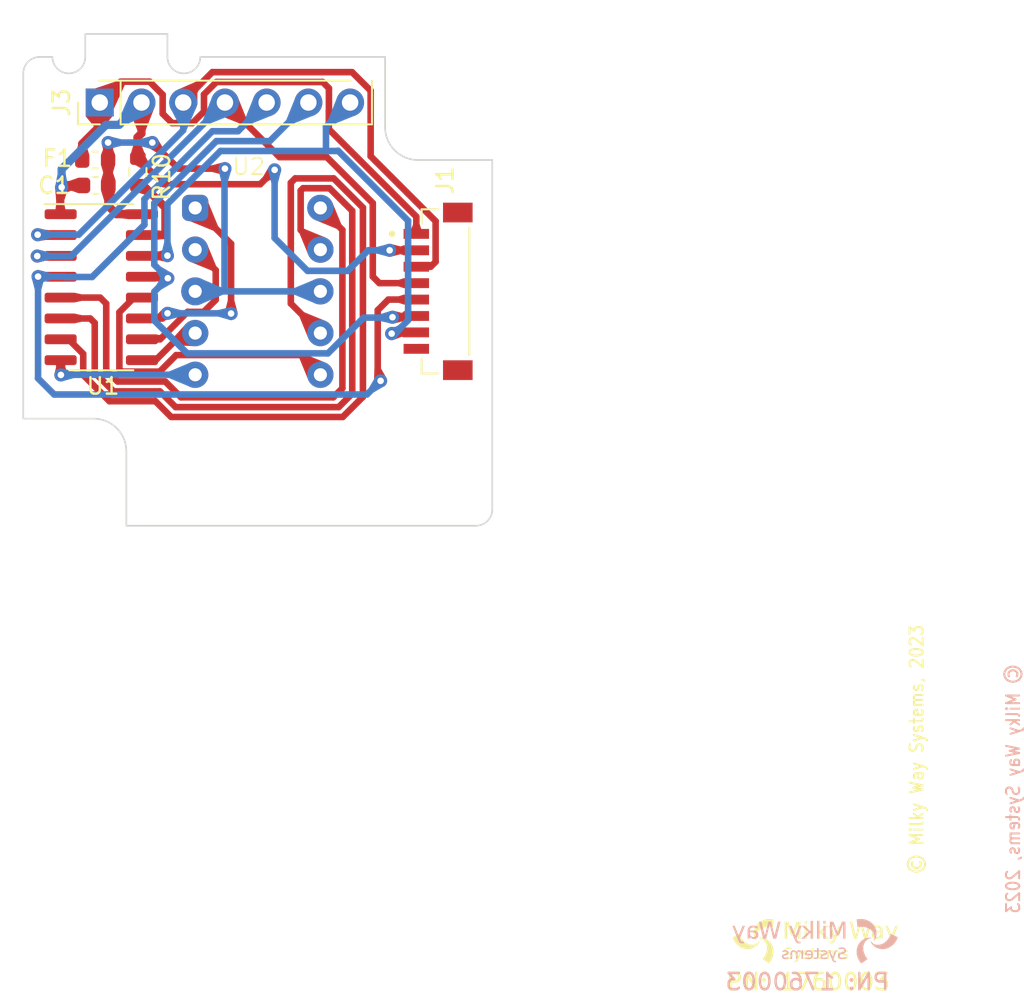
<source format=kicad_pcb>
(kicad_pcb (version 20221018) (generator pcbnew)

  (general
    (thickness 1.6)
  )

  (paper "A5")
  (title_block
    (title "7-Seg")
    (date "2023-09-11")
    (rev "1")
    (comment 1 "© 2023. This work is licensed under a CC BY-NC-SA 4.0 License")
  )

  (layers
    (0 "F.Cu" signal)
    (31 "B.Cu" signal)
    (32 "B.Adhes" user "B.Adhesive")
    (33 "F.Adhes" user "F.Adhesive")
    (34 "B.Paste" user)
    (35 "F.Paste" user)
    (36 "B.SilkS" user "B.Silkscreen")
    (37 "F.SilkS" user "F.Silkscreen")
    (38 "B.Mask" user)
    (39 "F.Mask" user)
    (40 "Dwgs.User" user "User.Drawings")
    (41 "Cmts.User" user "User.Comments")
    (42 "Eco1.User" user "User.Eco1")
    (43 "Eco2.User" user "User.Eco2")
    (44 "Edge.Cuts" user)
    (45 "Margin" user)
    (46 "B.CrtYd" user "B.Courtyard")
    (47 "F.CrtYd" user "F.Courtyard")
    (48 "B.Fab" user)
    (49 "F.Fab" user)
    (50 "User.1" user)
    (51 "User.2" user)
    (52 "User.3" user)
    (53 "User.4" user)
    (54 "User.5" user)
    (55 "User.6" user)
    (56 "User.7" user)
    (57 "User.8" user)
    (58 "User.9" user)
  )

  (setup
    (stackup
      (layer "F.SilkS" (type "Top Silk Screen"))
      (layer "F.Paste" (type "Top Solder Paste"))
      (layer "F.Mask" (type "Top Solder Mask") (thickness 0.01))
      (layer "F.Cu" (type "copper") (thickness 0.035))
      (layer "dielectric 1" (type "core") (thickness 1.51) (material "FR4") (epsilon_r 4.5) (loss_tangent 0.02))
      (layer "B.Cu" (type "copper") (thickness 0.035))
      (layer "B.Mask" (type "Bottom Solder Mask") (thickness 0.01))
      (layer "B.Paste" (type "Bottom Solder Paste"))
      (layer "B.SilkS" (type "Bottom Silk Screen"))
      (copper_finish "None")
      (dielectric_constraints no)
    )
    (pad_to_mask_clearance 0)
    (grid_origin 106.15 70.39)
    (pcbplotparams
      (layerselection 0x00010fc_ffffffff)
      (plot_on_all_layers_selection 0x0000000_00000000)
      (disableapertmacros false)
      (usegerberextensions false)
      (usegerberattributes true)
      (usegerberadvancedattributes true)
      (creategerberjobfile true)
      (dashed_line_dash_ratio 12.000000)
      (dashed_line_gap_ratio 3.000000)
      (svgprecision 4)
      (plotframeref false)
      (viasonmask false)
      (mode 1)
      (useauxorigin false)
      (hpglpennumber 1)
      (hpglpenspeed 20)
      (hpglpendiameter 15.000000)
      (dxfpolygonmode true)
      (dxfimperialunits true)
      (dxfusepcbnewfont true)
      (psnegative false)
      (psa4output false)
      (plotreference true)
      (plotvalue true)
      (plotinvisibletext false)
      (sketchpadsonfab false)
      (subtractmaskfromsilk false)
      (outputformat 1)
      (mirror false)
      (drillshape 1)
      (scaleselection 1)
      (outputdirectory "")
    )
  )

  (net 0 "")
  (net 1 "Net-(J1-Pin_1)")
  (net 2 "VCC")
  (net 3 "Net-(J1-Pin_3)")
  (net 4 "Net-(J1-Pin_4)")
  (net 5 "Net-(J1-Pin_5)")
  (net 6 "Net-(J1-Pin_6)")
  (net 7 "Net-(J1-Pin_7)")
  (net 8 "GND")
  (net 9 "Net-(U1-OUT0)")
  (net 10 "Net-(U1-OUT1)")
  (net 11 "Net-(U1-OUT2)")
  (net 12 "Net-(U1-OUT3)")
  (net 13 "Net-(U1-OUT4)")
  (net 14 "Net-(U1-OUT5)")
  (net 15 "Net-(U1-OUT6)")
  (net 16 "Net-(U1-OUT7)")
  (net 17 "Net-(U1-R-EXT)")
  (net 18 "unconnected-(J1-Pin_8-Pad8)")

  (footprint "Fuse:Fuse_0603_1608Metric" (layer "F.Cu") (at 96.25 62.39))

  (footprint "Global_MWS:PinHeader_1x07_P2.54mm_Vertical_center_origin" (layer "F.Cu") (at 104.15 58.89 90))

  (footprint "Global_MWS:JST_BM08B-SRSS-TB(LF)(SN)" (layer "F.Cu") (at 118.325 70.39 -90))

  (footprint "Global_MWS:disp-7seg-single-liteon-lts-4301JS" (layer "F.Cu") (at 106.15 70.39))

  (footprint "Package_SO:SOIC-16_3.9x9.9mm_P1.27mm" (layer "F.Cu") (at 96.625 70.135))

  (footprint "Capacitor_SMD:C_0603_1608Metric" (layer "F.Cu") (at 96.275 63.94))

  (footprint "Global_MWS:logo_for_pcb_10mm" (layer "F.Cu") (at 140.075 109.95))

  (footprint "Resistor_SMD:R_0603_1608Metric" (layer "F.Cu") (at 98.85 63.115 90))

  (footprint "MountingHole:MountingHole_2.7mm_M2.5" (layer "F.Cu") (at 117.65 81.89))

  (footprint "Global_MWS:logo_for_pcb_10mm" (layer "B.Cu") (at 140.075 109.95 180))

  (gr_line (start 119.425 84.665) (end 98.15 84.665)
    (stroke (width 0.1) (type solid)) (layer "Edge.Cuts") (tstamp 08e4a680-cc5b-4ac8-8c91-6b7374493835))
  (gr_line (start 91.875 78.14) (end 91.875 57.115)
    (stroke (width 0.1) (type solid)) (layer "Edge.Cuts") (tstamp 0e4d12e8-cdf4-4d40-bda3-39cad26a9b14))
  (gr_arc (start 102.65 56.115) (mid 101.65 57.115) (end 100.65 56.115)
    (stroke (width 0.1) (type solid)) (layer "Edge.Cuts") (tstamp 23f4d815-bfb9-4692-9d7b-9da04b551ae1))
  (gr_arc (start 115.9 62.39) (mid 114.485786 61.804214) (end 113.9 60.39)
    (stroke (width 0.1) (type solid)) (layer "Edge.Cuts") (tstamp 38d3edca-5526-4718-bbd8-f2bb1cf1dc3a))
  (gr_line (start 120.425 62.39) (end 120.425 83.665)
    (stroke (width 0.1) (type solid)) (layer "Edge.Cuts") (tstamp 3b3a9bdd-0f68-46a8-acd8-039770036db1))
  (gr_arc (start 120.425 83.665) (mid 120.132107 84.372107) (end 119.425 84.665)
    (stroke (width 0.1) (type solid)) (layer "Edge.Cuts") (tstamp 5ee2f53a-0b4b-41a1-a0b1-5e1155d44058))
  (gr_arc (start 96.15 78.14) (mid 97.564214 78.725786) (end 98.15 80.14)
    (stroke (width 0.1) (type solid)) (layer "Edge.Cuts") (tstamp 5fcd8ea7-7d83-4476-8be2-3144b5a29bde))
  (gr_line (start 113.9 56.115) (end 113.9 60.39)
    (stroke (width 0.1) (type solid)) (layer "Edge.Cuts") (tstamp 65253c69-d643-445b-b280-eb5c8832f4c2))
  (gr_line (start 92.875 56.115) (end 93.65 56.115)
    (stroke (width 0.1) (type solid)) (layer "Edge.Cuts") (tstamp 725bed23-a24b-477f-9dc5-169a061a18d2))
  (gr_line (start 96.15 78.14) (end 91.875 78.14)
    (stroke (width 0.1) (type solid)) (layer "Edge.Cuts") (tstamp 8acb2b9d-b093-4ae0-b02b-07759cf5d0d3))
  (gr_line (start 98.15 84.665) (end 98.15 80.14)
    (stroke (width 0.1) (type solid)) (layer "Edge.Cuts") (tstamp ad6bb70f-2091-4c18-88ce-f509b2975198))
  (gr_line (start 102.65 56.115) (end 113.9 56.115)
    (stroke (width 0.1) (type solid)) (layer "Edge.Cuts") (tstamp adaf979b-97c0-4f75-af49-eb1fa5c77db2))
  (gr_line (start 100.65 56.115) (end 100.65 54.715)
    (stroke (width 0.1) (type solid)) (layer "Edge.Cuts") (tstamp cb4fcf3f-6e14-4f4d-91e1-430c5a6d8ccd))
  (gr_line (start 115.9 62.39) (end 120.425 62.39)
    (stroke (width 0.1) (type solid)) (layer "Edge.Cuts") (tstamp cd794171-1d54-4e82-8a76-2a79db4e4325))
  (gr_arc (start 95.65 56.115) (mid 94.65 57.115) (end 93.65 56.115)
    (stroke (width 0.1) (type solid)) (layer "Edge.Cuts") (tstamp d0e5207b-ff5c-4faf-9ebb-8eebdf61de80))
  (gr_line (start 95.65 54.715) (end 95.65 56.115)
    (stroke (width 0.1) (type solid)) (layer "Edge.Cuts") (tstamp e2dfa0e8-6e1f-46c2-b5e1-e1ddb395f1db))
  (gr_arc (start 91.875 57.115) (mid 92.167893 56.407893) (end 92.875 56.115)
    (stroke (width 0.1) (type solid)) (layer "Edge.Cuts") (tstamp eb2268ac-aad4-4daf-a619-d7fe16455f3b))
  (gr_line (start 100.65 54.715) (end 95.65 54.715)
    (stroke (width 0.1) (type solid)) (layer "Edge.Cuts") (tstamp f843cab4-f277-4540-af86-4b33c7716b5c))
  (gr_text "PN: 1760003" (at 144.675 113.025) (layer "B.SilkS") (tstamp 483ad9d4-c1d8-4f27-b1b8-5d70ffcb464f)
    (effects (font (size 1 1) (thickness 0.15)) (justify left bottom mirror))
  )
  (gr_text "© Milky Way Systems, 2023" (at 152.6 93.025 90) (layer "B.SilkS") (tstamp 8196f8dd-d035-43b8-bae5-9d2e5fca8719)
    (effects (font (size 0.8 0.7) (thickness 0.12) bold) (justify left bottom mirror))
  )
  (gr_text "PN: 1760003" (at 134.575 113.025) (layer "F.SilkS") (tstamp 1fdd53e3-b0b3-421d-bba1-60be135917e3)
    (effects (font (size 1 1) (thickness 0.15)) (justify left bottom))
  )
  (gr_text "© Milky Way Systems, 2023" (at 146.725 105.95 90) (layer "F.SilkS") (tstamp 51c3995b-ea93-4eca-80ed-9013482996c3)
    (effects (font (size 0.8 0.7) (thickness 0.12) bold) (justify left bottom))
  )

  (segment (start 110.475 60.515) (end 110.475 59.412767) (width 0.4) (layer "F.Cu") (net 1) (tstamp 0bb6d507-7cb0-4b13-9eaa-96f138ff9e1c))
  (segment (start 100.36 58.412233) (end 99.567767 57.62) (width 0.4) (layer "F.Cu") (net 1) (tstamp 349e5586-4148-4356-a121-b469ee6850bc))
  (segment (start 110.48 59.407767) (end 110.48 58.02) (width 0.4) (layer "F.Cu") (net 1) (tstamp 476ee639-a478-4aa7-9f5c-7925fa329b53))
  (segment (start 95.4625 61.4025) (end 95.4625 62.39) (width 0.5) (layer "F.Cu") (net 1) (tstamp 5ee9aed9-1f12-4a0c-a019-b531befc5c2e))
  (segment (start 96.53 58.89) (end 96.53 60.335) (width 0.5) (layer "F.Cu") (net 1) (tstamp 7d17dc97-111f-45bb-993b-1eb147678fa2))
  (segment (start 115.8 66.89) (end 115.8 65.84) (width 0.4) (layer "F.Cu") (net 1) (tstamp 84689f0a-fbdd-4c3f-8116-b639aad4771b))
  (segment (start 110.48 58.02) (end 110.1 57.64) (width 0.4) (layer "F.Cu") (net 1) (tstamp 92e50b8d-22ab-406f-9c67-0364c39a689f))
  (segment (start 102.175 60.14) (end 100.93 60.14) (width 0.4) (layer "F.Cu") (net 1) (tstamp a527b60c-5676-477c-81a8-3ba57214ebca))
  (segment (start 96.53 60.335) (end 95.4625 61.4025) (width 0.5) (layer "F.Cu") (net 1) (tstamp a5cdbf1d-f50a-4617-8d90-60dc4d10b09d))
  (segment (start 100.36 59.57) (end 100.36 58.412233) (width 0.4) (layer "F.Cu") (net 1) (tstamp b0f50493-f8d7-456a-8604-30aae8d2b16b))
  (segment (start 97.8 57.62) (end 96.53 58.89) (width 0.4) (layer "F.Cu") (net 1) (tstamp bca47624-fbfe-4780-b378-53d2e9a839f7))
  (segment (start 110.475 59.412767) (end 110.48 59.407767) (width 0.4) (layer "F.Cu") (net 1) (tstamp c0f82ec1-7949-4d09-aed1-bc17b10c56eb))
  (segment (start 115.8 65.84) (end 110.475 60.515) (width 0.4) (layer "F.Cu") (net 1) (tstamp c8e1afc3-5ee8-48a3-892c-71958b5bcde6))
  (segment (start 99.567767 57.62) (end 97.8 57.62) (width 0.4) (layer "F.Cu") (net 1) (tstamp d274ac85-e0ca-410c-a167-f9d555ca3902))
  (segment (start 102.875 58.397233) (end 102.875 59.44) (width 0.4) (layer "F.Cu") (net 1) (tstamp df4c6598-618a-4ff6-ab6d-5a500d26c385))
  (segment (start 100.93 60.14) (end 100.36 59.57) (width 0.4) (layer "F.Cu") (net 1) (tstamp e4e8052a-3164-44cf-b4f5-88eaa93ac553))
  (segment (start 103.632233 57.64) (end 102.875 58.397233) (width 0.4) (layer "F.Cu") (net 1) (tstamp ebef2d5a-3a2e-4318-a649-ad946de777ff))
  (segment (start 110.1 57.64) (end 103.632233 57.64) (width 0.4) (layer "F.Cu") (net 1) (tstamp f13a7afe-4445-4137-8aed-4bbaeeb62e36))
  (segment (start 102.875 59.44) (end 102.175 60.14) (width 0.4) (layer "F.Cu") (net 1) (tstamp f414f05d-a67f-439f-b9f7-c8ef59a09bdd))
  (segment (start 97.0375 61.3275) (end 97.0375 62.39) (width 0.4) (layer "F.Cu") (net 2) (tstamp 27d1bea6-f972-4115-adb0-132b0e9ddb19))
  (segment (start 97.05 65.19) (end 97.05 63.94) (width 0.5) (layer "F.Cu") (net 2) (tstamp 4ba899c8-28ef-4e25-b2bb-9c068b4ca693))
  (segment (start 99.73 61.3275) (end 101.3175 62.915) (width 0.4) (layer "F.Cu") (net 2) (tstamp 6592d628-4d89-4be3-92b9-b1135c7ef2c5))
  (segment (start 99.1 65.69) (end 97.55 65.69) (width 0.5) (layer "F.Cu") (net 2) (tstamp 6aea8f5a-1976-44a6-b35c-3704c7fb8cd2))
  (segment (start 101.3175 62.915) (end 104.15 62.915) (width 0.4) (layer "F.Cu") (net 2) (tstamp 8e04e3da-e8b0-480b-b76c-617592c4bb25))
  (segment (start 97.55 65.69) (end 97.05 65.19) (width 0.5) (layer "F.Cu") (net 2) (tstamp 961888a6-0c13-4b48-b2bb-1563b7016a27))
  (segment (start 97.0375 62.39) (end 97.0375 63.9275) (width 0.5) (layer "F.Cu") (net 2) (tstamp e6524df2-d2ea-4089-850f-8d3bb1f9b530))
  (via (at 99.73 61.3275) (size 0.8) (drill 0.4) (layers "F.Cu" "B.Cu") (net 2) (tstamp 8a26394d-2bdf-49b1-be10-0ea5977e136d))
  (via (at 104.15 62.915) (size 0.8) (drill 0.4) (layers "F.Cu" "B.Cu") (net 2) (tstamp 96eb562c-e955-45ee-a14f-9e1baf0793b5))
  (via (at 97.0375 61.3275) (size 0.8) (drill 0.4) (layers "F.Cu" "B.Cu") (net 2) (tstamp e2c4a1b2-d036-420a-9102-b390de74a850))
  (segment (start 104.125 62.94) (end 104.125 70.165) (width 0.4) (layer "B.Cu") (net 2) (tstamp 16b06155-9e9e-4f37-80f9-c367ddd19ba4))
  (segment (start 104.15 62.915) (end 104.125 62.94) (width 0.4) (layer "B.Cu") (net 2) (tstamp 2d110135-e786-4065-8da5-a7e43bf4406a))
  (segment (start 102.34 70.39) (end 109.96 70.39) (width 0.4) (layer "B.Cu") (net 2) (tstamp 650fdb34-6e31-4a26-a27b-268ca9e29c4d))
  (segment (start 99.73 61.3275) (end 97.0375 61.3275) (width 0.4) (layer "B.Cu") (net 2) (tstamp dc520151-b00b-474b-a5f0-745e73aaa871))
  (segment (start 115.8 68.89) (end 116.675 68.89) (width 0.4) (layer "F.Cu") (net 3) (tstamp 1ba97709-0447-43ad-9987-1ec5856de629))
  (segment (start 116.975 66.115) (end 113.02 62.16) (width 0.4) (layer "F.Cu") (net 3) (tstamp 2a62a0e7-9b40-400d-8720-3d10bf9fc3e6))
  (segment (start 113.02 62.16) (end 113.02 58.17) (width 0.4) (layer "F.Cu") (net 3) (tstamp 2ccd3f62-712c-467e-93cd-922c9b2dddad))
  (segment (start 101.61 58.813705) (end 101.61 58.89) (width 0.4) (layer "F.Cu") (net 3) (tstamp 5151b2a1-7919-488c-8a6a-312f75966c09))
  (segment (start 94.15 66.96) (end 92.77 66.96) (width 0.5) (layer "F.Cu") (net 3) (tstamp 6ac069fe-456d-4840-bb7b-50041bd63ae3))
  (segment (start 111.89 57.04) (end 103.383705 57.04) (width 0.4) (layer "F.Cu") (net 3) (tstamp 70e1f065-12f5-4fc1-8288-046a5eff0a0b))
  (segment (start 103.383705 57.04) (end 101.61 58.813705) (width 0.4) (layer "F.Cu") (net 3) (tstamp 906eea5d-3b62-4810-b58f-27c7eaa7cfea))
  (segment (start 113.02 58.17) (end 111.89 57.04) (width 0.4) (layer "F.Cu") (net 3) (tstamp acaf6715-9eca-4c45-825a-9a909b0890ab))
  (segment (start 92.77 66.96) (end 92.75 66.94) (width 0.5) (layer "F.Cu") (net 3) (tstamp be66e2d9-7dc3-43a9-9d82-d56179b4e851))
  (segment (start 116.975 68.59) (end 116.975 66.115) (width 0.4) (layer "F.Cu") (net 3) (tstamp dec59468-17e0-4f9f-9f53-d780c4de334e))
  (segment (start 116.675 68.89) (end 116.975 68.59) (width 0.4) (layer "F.Cu") (net 3) (tstamp ed461b5b-ed0b-4c58-bd4a-fba0d2593547))
  (via (at 92.75 66.94) (size 0.8) (drill 0.4) (layers "F.Cu" "B.Cu") (net 3) (tstamp 83fd4a6d-c2e9-4caf-a373-551497cbc084))
  (segment (start 92.75 66.94) (end 95.248871 66.94) (width 0.4) (layer "B.Cu") (net 3) (tstamp 557d9afc-14c8-416f-a11b-4b54c8eec277))
  (segment (start 95.248871 66.94) (end 101.61 60.578871) (width 0.4) (layer "B.Cu") (net 3) (tstamp af8f262e-4232-43f7-b8b1-7ba51e51990b))
  (segment (start 101.61 60.578871) (end 101.61 58.89) (width 0.4) (layer "B.Cu") (net 3) (tstamp f1bad70e-9a93-4990-bce0-c2477e652f52))
  (segment (start 104.15 58.89) (end 107.475 62.215) (width 0.4) (layer "F.Cu") (net 4) (tstamp 0a468521-3b90-4ff2-83bb-5a96c8bfa9c6))
  (segment (start 92.725 68.24) (end 94.14 68.24) (width 0.4) (layer "F.Cu") (net 4) (tstamp 691a5684-aaa0-4045-b044-76c43b3fe933))
  (segment (start 113.15 69.49) (end 113.55 69.89) (width 0.4) (layer "F.Cu") (net 4) (tstamp 78471c59-347d-4d9d-bfcc-12fb374e88b6))
  (segment (start 113.55 69.89) (end 115.8 69.89) (width 0.4) (layer "F.Cu") (net 4) (tstamp 85598f73-51ef-4db8-bfc5-671734e5faeb))
  (segment (start 113.15 65.015) (end 113.15 69.49) (width 0.4) (layer "F.Cu") (net 4) (tstamp 8d7e8ed3-06c5-43ad-b3e4-6422416d54dc))
  (segment (start 107.475 62.215) (end 110.35 62.215) (width 0.4) (layer "F.Cu") (net 4) (tstamp d6653384-eec5-494b-9554-8bbce73a738d))
  (segment (start 110.35 62.215) (end 113.15 65.015) (width 0.4) (layer "F.Cu") (net 4) (tstamp ec1e929c-39cd-47b6-aac1-08ce347026c9))
  (via (at 92.725 68.24) (size 0.8) (drill 0.4) (layers "F.Cu" "B.Cu") (net 4) (tstamp ed462731-49bc-4822-8d02-d579b19ab96b))
  (segment (start 104.15 58.89) (end 94.8 68.24) (width 0.4) (layer "B.Cu") (net 4) (tstamp 2a7056c6-a044-41b1-a4f7-4471e0cbe97a))
  (segment (start 94.8 68.24) (end 92.725 68.24) (width 0.4) (layer "B.Cu") (net 4) (tstamp b8df4e60-e488-4dac-8438-fe33fc293a66))
  (segment (start 113.625 75.84) (end 113.45 75.665) (width 0.4) (layer "F.Cu") (net 5) (tstamp 271d411d-1899-4b30-94b3-4d48b3a3536b))
  (segment (start 114.1 70.89) (end 115.8 70.89) (width 0.4) (layer "F.Cu") (net 5) (tstamp 65ed0ce1-9dda-457d-a9e6-abe15eddd912))
  (segment (start 113.45 75.665) (end 113.45 71.54) (width 0.4) (layer "F.Cu") (net 5) (tstamp ba1ca046-ba94-46dc-8c15-5329b57660ad))
  (segment (start 92.775 69.49) (end 94.14 69.49) (width 0.4) (layer "F.Cu") (net 5) (tstamp becf499c-2a98-49d7-97b3-059131ee9e4a))
  (segment (start 113.45 71.54) (end 114.1 70.89) (width 0.4) (layer "F.Cu") (net 5) (tstamp f5861ec5-84d2-4790-a91b-9577f1838728))
  (via (at 113.625 75.84) (size 0.8) (drill 0.4) (layers "F.Cu" "B.Cu") (net 5) (tstamp 0baec666-394e-42b7-8341-ae47eeef71c0))
  (via (at 92.775 69.49) (size 0.8) (drill 0.4) (layers "F.Cu" "B.Cu") (net 5) (tstamp 31a38f33-b118-4cc8-aee8-090dced57edc))
  (segment (start 92.775 75.69) (end 92.775 69.49) (width 0.4) (layer "B.Cu") (net 5) (tstamp 0f08d77d-7fc8-4bf5-b8ad-eebd4cf7fb39))
  (segment (start 94.401472 69.515) (end 96.065 69.515) (width 0.4) (layer "B.Cu") (net 5) (tstamp 29989d8e-5c17-4ab3-9c6b-f3669706ee8d))
  (segment (start 99.25 66.33) (end 99.25 64.771573) (width 0.4) (layer "B.Cu") (net 5) (tstamp 668b7745-4afd-4f6b-9f21-ed159a588aa2))
  (segment (start 96.065 69.515) (end 99.25 66.33) (width 0.4) (layer "B.Cu") (net 5) (tstamp 6bb3d768-2176-4788-bdfd-605af8bd855f))
  (segment (start 103.381573 60.64) (end 104.94 60.64) (width 0.4) (layer "B.Cu") (net 5) (tstamp 722f4b71-44ed-4e2e-926d-cb2e0bc7447f))
  (segment (start 94.376472 69.49) (end 94.401472 69.515) (width 0.4) (layer "B.Cu") (net 5) (tstamp b483f42f-b8c2-4055-b778-ad7072e8fd28))
  (segment (start 92.775 69.49) (end 94.376472 69.49) (width 0.4) (layer "B.Cu") (net 5) (tstamp c7aabcb4-dc80-4540-b656-0c98dc0815c9))
  (segment (start 112.795 76.67) (end 93.755 76.67) (width 0.4) (layer "B.Cu") (net 5) (tstamp d2ddf40b-f642-45c0-ba8c-e635dcf11666))
  (segment (start 113.625 75.84) (end 112.795 76.67) (width 0.4) (layer "B.Cu") (net 5) (tstamp d903b556-2937-434a-91db-de805d753ec2))
  (segment (start 99.25 64.771573) (end 103.381573 60.64) (width 0.4) (layer "B.Cu") (net 5) (tstamp eb8b6403-6207-4d19-adcf-27af9847c34f))
  (segment (start 104.94 60.64) (end 106.69 58.89) (width 0.4) (layer "B.Cu") (net 5) (tstamp f269543e-29e7-4846-9e18-a86c92e19fe8))
  (segment (start 93.755 76.67) (end 92.775 75.69) (width 0.4) (layer "B.Cu") (net 5) (tstamp f9944134-029c-48f7-b672-d902357b8986))
  (segment (start 115.725 71.965) (end 115.8 71.89) (width 0.4) (layer "F.Cu") (net 6) (tstamp 1d050472-1579-43a9-a001-cb2f006febc2))
  (segment (start 114.35 71.965) (end 115.725 71.965) (width 0.4) (layer "F.Cu") (net 6) (tstamp 5dea0dbb-8adc-46e2-8120-9b6738621513))
  (segment (start 99.1 69.5) (end 100.584 69.5) (width 0.4) (layer "F.Cu") (net 6) (tstamp 7be6d3ed-2b41-4697-8339-2aad1f353488))
  (segment (start 100.584 69.5) (end 100.6745 69.5905) (width 0.4) (layer "F.Cu") (net 6) (tstamp e30c5717-45ac-4e24-bf0c-5d3851e22d6b))
  (via (at 114.35 71.965) (size 0.8) (drill 0.4) (layers "F.Cu" "B.Cu") (net 6) (tstamp 2756bb76-e55d-438e-aa63-a32755e28981))
  (via (at 100.6745 69.5905) (size 0.8) (drill 0.4) (layers "F.Cu" "B.Cu") (free) (net 6) (tstamp 5f2c9754-4d9d-4bf1-9d1b-fe8b8d3b4af7))
  (segment (start 99.856364 70.408636) (end 100.6745 69.5905) (width 0.4) (layer "B.Cu") (net 6) (tstamp 434c3ac4-6ec7-4d69-9b58-04d48b9173d9))
  (segment (start 106.88 61.24) (end 109.23 58.89) (width 0.4) (layer "B.Cu") (net 6) (tstamp 552bfaf6-3138-4178-bf5e-9bf051957508))
  (segment (start 110.422057 74.165) (end 101.85 74.165) (width 0.4) (layer "B.Cu") (net 6) (tstamp 5ebfdd43-f6d7-4303-a6a9-720b031fea8d))
  (segment (start 100.6745 69.5905) (end 99.85 68.766) (width 0.4) (layer "B.Cu") (net 6) (tstamp 5f22d77b-4309-4e8b-9e01-1ef1c48bc854))
  (segment (start 103.630101 61.24) (end 106.88 61.24) (width 0.4) (layer "B.Cu") (net 6) (tstamp 5fa32309-bc77-4f88-a6f8-190fada34673))
  (segment (start 99.85 68.766) (end 99.85 65.020101) (width 0.4) (layer "B.Cu") (net 6) (tstamp 7c15cb0b-8ee0-4278-9515-bf89ddf745bd))
  (segment (start 114.325 71.99) (end 112.597057 71.99) (width 0.4) (layer "B.Cu") (net 6) (tstamp 88a0e793-c0d6-447f-bebb-a24196514484))
  (segment (start 101.85 74.165) (end 99.856364 72.171364) (width 0.4) (layer "B.Cu") (net 6) (tstamp 8c53b0aa-383d-4d47-bc29-ef13f5a76793))
  (segment (start 112.597057 71.99) (end 110.422057 74.165) (width 0.4) (layer "B.Cu") (net 6) (tstamp 9832bd32-2d34-4fc6-a665-fe25a837a613))
  (segment (start 99.856364 72.171364) (end 99.856364 70.408636) (width 0.4) (layer "B.Cu") (net 6) (tstamp afdf942e-d1df-4103-8f2f-0159ba2a9ba5))
  (segment (start 99.85 65.020101) (end 103.630101 61.24) (width 0.4) (layer "B.Cu") (net 6) (tstamp ce81ffb0-7edc-4dd8-b5cf-bcce2b215be1))
  (segment (start 114.35 71.965) (end 114.325 71.99) (width 0.4) (layer "B.Cu") (net 6) (tstamp f803b690-849c-48e1-9022-4b9c5e917d3e))
  (segment (start 115.8 72.89) (end 114.370588 72.89) (width 0.4) (layer "F.Cu") (net 7) (tstamp 02da5c3c-b89d-4b95-a1e1-bb2eb35c18ff))
  (segment (start 99.1 68.23) (end 100.635 68.23) (width 0.4) (layer "F.Cu") (net 7) (tstamp 042d097a-e7d6-47fb-8770-3de3a859224e))
  (segment (start 114.370588 72.89) (end 114.297467 72.963121) (width 0.4) (layer "F.Cu") (net 7) (tstamp 4beb8711-b420-41b5-8013-0c4685d66310))
  (segment (start 100.635 68.23) (end 100.65 68.215) (width 0.4) (layer "F.Cu") (net 7) (tstamp cdb2809f-c51c-445d-9b7b-120495fb662a))
  (via (at 100.65 68.215) (size 0.8) (drill 0.4) (layers "F.Cu" "B.Cu") (net 7) (tstamp 4d10347a-b444-47ed-a576-ed6699455567))
  (via (at 114.297467 72.963121) (size 0.8) (drill 0.4) (layers "F.Cu" "B.Cu") (net 7) (tstamp a444f184-020f-4ab0-a530-f3cfdf01d15e))
  (segment (start 111.025 61.84) (end 110.35 61.84) (width 0.4) (layer "B.Cu") (net 7) (tstamp 024d30c5-cb58-4728-836a-f555f051686e))
  (segment (start 114.681371 72.765) (end 115.3 72.146371) (width 0.4) (layer "B.Cu") (net 7) (tstamp 19406381-2e65-4431-a6c3-f60c88487ff9))
  (segment (start 100.65 68.215) (end 100.65 65.068629) (width 0.4) (layer "B.Cu") (net 7) (tstamp 25224bb1-46e2-491a-a928-52d31b59cb8f))
  (segment (start 110.3 61.79) (end 110.35 61.84) (width 0.4) (layer "B.Cu") (net 7) (tstamp 5586954c-e696-4e0d-b64b-4b7167922312))
  (segment (start 100.65 65.068629) (end 103.878629 61.84) (width 0.4) (layer "B.Cu") (net 7) (tstamp 5cdf5932-915d-4fc1-9f3a-4a9b2cadfc98))
  (segment (start 110.3 60.36) (end 110.3 61.79) (width 0.4) (layer "B.Cu") (net 7) (tstamp 5e17e977-239a-4fc8-8ed9-d02e5962b0c4))
  (segment (start 115.3 66.09) (end 111.0375 61.8275) (width 0.4) (layer "B.Cu") (net 7) (tstamp 99e9bf3e-336a-41dc-b935-91c4d1e487e3))
  (segment (start 114.297467 72.963121) (end 114.495588 72.765) (width 0.4) (layer "B.Cu") (net 7) (tstamp 99f54ebc-5825-41ef-868f-69a94207648a))
  (segment (start 111.77 58.89) (end 110.3 60.36) (width 0.4) (layer "B.Cu") (net 7) (tstamp adcdffc9-0fba-4ab7-b767-3764fd967314))
  (segment (start 114.495588 72.765) (end 114.681371 72.765) (width 0.4) (layer "B.Cu") (net 7) (tstamp b7723248-3dcf-41af-bcef-4eadd269d775))
  (segment (start 111.0375 61.8275) (end 111.025 61.84) (width 0.4) (layer "B.Cu") (net 7) (tstamp d981ef13-006f-4077-98ae-fda498d3e901))
  (segment (start 103.878629 61.84) (end 110.35 61.84) (width 0.4) (layer "B.Cu") (net 7) (tstamp dfa1d657-e586-4baa-934d-c753ddf5a9ee))
  (segment (start 115.3 72.146371) (end 115.3 66.09) (width 0.4) (layer "B.Cu") (net 7) (tstamp f2339556-42d2-4e61-b8e9-5844ef70fc29))
  (segment (start 94.425 63.94) (end 94.125 64.24) (width 0.5) (layer "F.Cu") (net 8) (tstamp 30aee352-afe0-480d-8e43-853be118257c))
  (segment (start 98.825 61.015) (end 98.825 62.265) (width 0.5) (layer "F.Cu") (net 8) (tstamp 57b844a8-366e-4da2-a4fb-2023c3c7c250))
  (segment (start 99.07 58.89) (end 99.07 60.77) (width 0.5) (layer "F.Cu") (net 8) (tstamp 60162a77-e73c-4f09-a5a0-290ebe097067))
  (segment (start 100.425 63.865) (end 98.85 62.29) (width 0.4) (layer "F.Cu") (net 8) (tstamp 706509c5-11da-458b-92eb-7b4bf62bf335))
  (segment (start 99.07 60.77) (end 98.825 61.015) (width 0.5) (layer "F.Cu") (net 8) (tstamp 896194b7-f51b-4608-a79c-109d0b079191))
  (segment (start 95.5 63.94) (end 94.425 63.94) (width 0.5) (layer "F.Cu") (net 8) (tstamp af3954fe-99e5-4704-ac8f-9f3fd185484d))
  (segment (start 106.3 63.865) (end 100.425 63.865) (width 0.4) (layer "F.Cu") (net 8) (tstamp c2f4d6c4-9c50-4b68-9f2a-01ecbe7eaccd))
  (segment (start 94.125 64.24) (end 94.125 65.665) (width 0.5) (layer "F.Cu") (net 8) (tstamp d7dca2f9-13fc-4a27-9a0b-c25ee229806b))
  (segment (start 107.175 62.99) (end 106.3 63.865) (width 0.4) (layer "F.Cu") (net 8) (tstamp dc4ad248-29f3-447f-9974-f0131874d3b4))
  (segment (start 114.175 67.89) (end 115.7 67.89) (width 0.4) (layer "F.Cu") (net 8) (tstamp e4746416-523f-44e4-a9b4-2e6b165e26a2))
  (via (at 114.175 67.89) (size 0.8) (drill 0.4) (layers "F.Cu" "B.Cu") (net 8) (tstamp 4ebfcfed-a2c6-4f79-a5eb-712998db044c))
  (via (at 94.21 64.05) (size 0.8) (drill 0.4) (layers "F.Cu" "B.Cu") (net 8) (tstamp a80ec627-9113-493d-a4eb-654a92b88c10))
  (via (at 107.175 62.99) (size 0.8) (drill 0.4) (layers "F.Cu" "B.Cu") (net 8) (tstamp f8540f7a-1f2e-4785-a291-876910409460))
  (segment (start 107.175 62.99) (end 107.175 67.14) (width 0.4) (layer "B.Cu") (net 8) (tstamp 11558b48-d389-4e7f-b200-e11c8e41c62e))
  (segment (start 107.175 67.14) (end 109.175 69.14) (width 0.4) (layer "B.Cu") (net 8) (tstamp 19fc0d04-cc05-4c94-86e3-e4fd8b0916c7))
  (segment (start 111.625 69.14) (end 112.875 67.89) (width 0.4) (layer "B.Cu") (net 8) (tstamp 1c42085e-ef38-474f-91cf-8309de3017fc))
  (segment (start 112.875 67.89) (end 114.175 67.89) (width 0.4) (layer "B.Cu") (net 8) (tstamp 62cbd348-025d-4c4d-b637-6d991246d271))
  (segment (start 94.21 62.952918) (end 96.912918 60.25) (width 0.5) (layer "B.Cu") (net 8) (tstamp 90d76530-7284-48ea-8e48-1022cc0f7703))
  (segment (start 97.71 60.25) (end 99.07 58.89) (width 0.5) (layer "B.Cu") (net 8) (tstamp 93ba01f6-a2fe-4492-824b-5d1708d8b01f))
  (segment (start 96.912918 60.25) (end 97.71 60.25) (width 0.5) (layer "B.Cu") (net 8) (tstamp b5b773d9-588b-4807-b3fc-4c8f668d3766))
  (segment (start 94.21 64.05) (end 94.21 62.952918) (width 0.5) (layer "B.Cu") (net 8) (tstamp cf4f5c7f-0534-43d6-9427-e660104567d5))
  (segment (start 109.175 69.14) (end 111.625 69.14) (width 0.4) (layer "B.Cu") (net 8) (tstamp d59d2705-c0b5-4486-83f8-6b22aa6e7b5f))
  (segment (start 111.3 76.29) (end 110.75 76.84) (width 0.4) (layer "F.Cu") (net 9) (tstamp 42fb2e53-9146-4530-8dba-61124809418d))
  (segment (start 101.475 76.84) (end 100.515 75.88) (width 0.4) (layer "F.Cu") (net 9) (tstamp 5dc7fbe1-5afe-4efa-92ef-12b6b3e8dc05))
  (segment (start 110.75 76.84) (end 101.475 76.84) (width 0.4) (layer "F.Cu") (net 9) (tstamp 70ccf1f5-dd14-4550-8696-61e353f78211))
  (segment (start 96.555 70.77) (end 94.15 70.77) (width 0.4) (layer "F.Cu") (net 9) (tstamp 87e123f3-849a-4714-bc9f-8ca22f2be4b1))
  (segment (start 109.96 65.31) (end 111.3 66.65) (width 0.4) (layer "F.Cu") (net 9) (tstamp 8fe743cc-ae56-4af6-9ae2-5c5cbb384adf))
  (segment (start 111.3 66.65) (end 111.3 76.29) (width 0.4) (layer "F.Cu") (net 9) (tstamp 99017614-bb31-47ea-8829-3be2465f29c7))
  (segment (start 100.515 75.88) (end 97.616472 75.88) (width 0.4) (layer "F.Cu") (net 9) (tstamp a54c2f9b-d6cf-4637-b2b3-b380de59505b))
  (segment (start 97.616472 75.88) (end 96.925 75.188528) (width 0.4) (layer "F.Cu") (net 9) (tstamp a7ec13e3-7ea2-418d-920a-aaf6b070fb09))
  (segment (start 96.925 71.14) (end 96.555 70.77) (width 0.4) (layer "F.Cu") (net 9) (tstamp cdee9f19-4778-4961-87cf-bee9f1ad5c60))
  (segment (start 96.925 75.188528) (end 96.925 71.14) (width 0.4) (layer "F.Cu") (net 9) (tstamp cf2c5597-dedc-43e3-8128-c82ff1fb3161))
  (segment (start 101.15 77.44) (end 100.19 76.48) (width 0.4) (layer "F.Cu") (net 10) (tstamp 00a0c839-6a7a-4ea6-ac2b-66e7914e7048))
  (segment (start 108.905 64.11) (end 110.52 64.11) (width 0.4) (layer "F.Cu") (net 10) (tstamp 0f3c3fa5-79f6-4c7d-8cdd-3391b8475b65))
  (segment (start 109.96 67.85) (end 108.76 66.65) (width 0.4) (layer "F.Cu") (net 10) (tstamp 1524127f-add7-476c-a109-9d3ef3290227))
  (segment (start 95.95 72.04) (end 94.15 72.04) (width 0.4) (layer "F.Cu") (net 10) (tstamp 218595b0-10ef-444d-8d22-3f4dc9d53140))
  (segment (start 110.52 64.11) (end 111.9 65.49) (width 0.4) (layer "F.Cu") (net 10) (tstamp 29ef568d-a411-4453-ac52-d6e4b28ad0c8))
  (segment (start 96.225 72.315) (end 95.95 72.04) (width 0.4) (layer "F.Cu") (net 10) (tstamp 2e137557-8cab-4c64-98b3-bbc39faa14d6))
  (segment (start 111.9 65.49) (end 111.9 76.615) (width 0.4) (layer "F.Cu") (net 10) (tstamp 4f94f952-7462-4600-bbae-349e15395b29))
  (segment (start 108.76 66.65) (end 108.76 64.255) (width 0.4) (layer "F.Cu") (net 10) (tstamp 515924ed-44bd-4d85-b064-3b04f4691c99))
  (segment (start 111.075 77.44) (end 101.15 77.44) (width 0.4) (layer "F.Cu") (net 10) (tstamp 5a10ec69-1c2c-4eef-bdbc-6e122d88de5d))
  (segment (start 96.225 75.337056) (end 96.225 72.315) (width 0.4) (layer "F.Cu") (net 10) (tstamp 7a157733-a113-4bb1-82c7-d97adf62ea3f))
  (segment (start 108.76 64.255) (end 108.905 64.11) (width 0.4) (layer "F.Cu") (net 10) (tstamp 7e2df255-5013-4772-bd7b-8446360561ee))
  (segment (start 100.19 76.48) (end 97.367944 76.48) (width 0.4) (layer "F.Cu") (net 10) (tstamp 999bc154-9eed-4407-bf6a-c41c97ea9290))
  (segment (start 111.9 76.615) (end 111.075 77.44) (width 0.4) (layer "F.Cu") (net 10) (tstamp 9f42cac3-55ad-4e98-90e2-828b27ae3299))
  (segment (start 97.367944 76.48) (end 96.225 75.337056) (width 0.4) (layer "F.Cu") (net 10) (tstamp f44f2dd2-aec6-4fe9-9362-845fef4804b2))
  (segment (start 108.16 71.13) (end 108.16 63.78) (width 0.4) (layer "F.Cu") (net 11) (tstamp 12192174-b357-4aa7-acf7-721c0fc03486))
  (segment (start 108.16 63.78) (end 108.43 63.51) (width 0.4) (layer "F.Cu") (net 11) (tstamp 32d6277c-0f49-4310-850a-9b889a57f06a))
  (segment (start 95.525 75.485584) (end 95.525 74.202183) (width 0.4) (layer "F.Cu") (net 11) (tstamp 45e99419-e19f-451d-8519-caf2566bcede))
  (segment (start 95.525 74.202183) (end 94.632817 73.31) (width 0.4) (layer "F.Cu") (net 11) (tstamp 6dd74936-27d5-4fcb-8ae7-ef91492a696a))
  (segment (start 111.323528 78.04) (end 100.875 78.04) (width 0.4) (layer "F.Cu") (net 11) (tstamp 6fd2db0a-d334-4774-9ef9-5d81a47673f1))
  (segment (start 97.119416 77.08) (end 95.525 75.485584) (width 0.4) (layer "F.Cu") (net 11) (tstamp 9d8b7ac4-35ef-4458-bca8-c83ddb041c86))
  (segment (start 112.55 76.813528) (end 111.323528 78.04) (width 0.4) (layer "F.Cu") (net 11) (tstamp a83c07e1-ec50-46db-a81f-b71bacf61841))
  (segment (start 112.55 65.291472) (end 112.55 76.813528) (width 0.4) (layer "F.Cu") (net 11) (tstamp b6ff5e6c-2713-48d1-a717-a9800a373e26))
  (segment (start 108.43 63.51) (end 110.768528 63.51) (width 0.4) (layer "F.Cu") (net 11) (tstamp b9a132d5-3355-4de1-9df4-8f3300d711d7))
  (segment (start 100.875 78.04) (end 99.915 77.08) (width 0.4) (layer "F.Cu") (net 11) (tstamp bff7ca73-be73-418b-acc6-ae043c62a6ba))
  (segment (start 109.96 72.93) (end 108.16 71.13) (width 0.4) (layer "F.Cu") (net 11) (tstamp e90efc28-2788-4e67-b87a-bf23d2a2cdd8))
  (segment (start 99.915 77.08) (end 97.119416 77.08) (width 0.4) (layer "F.Cu") (net 11) (tstamp f7bd2293-9e1b-4e57-92b7-62002013a1cb))
  (segment (start 110.768528 63.51) (end 112.55 65.291472) (width 0.4) (layer "F.Cu") (net 11) (tstamp fa3de389-20dc-44fc-8529-8d37d256033a))
  (segment (start 94.15 75.465306) (end 94.164194 75.4795) (width 0.4) (layer "F.Cu") (net 12) (tstamp 428bc556-7a24-467c-bfe7-8c25d18ddce2))
  (segment (start 94.15 74.58) (end 94.15 75.465306) (width 0.4) (layer "F.Cu") (net 12) (tstamp 64b8efbf-fbda-4f33-8442-c2f3ef80b57b))
  (via (at 94.164194 75.4795) (size 0.8) (drill 0.4) (layers "F.Cu" "B.Cu") (free) (net 12) (tstamp 4a503147-c1ec-46a1-b030-c3b2f6e0a793))
  (segment (start 94.173694 75.47) (end 102.34 75.47) (width 0.4) (layer "B.Cu") (net 12) (tstamp 2bcdf998-ecee-4ad6-8039-635dfb7ad444))
  (segment (start 94.164194 75.4795) (end 94.173694 75.47) (width 0.4) (layer "B.Cu") (net 12) (tstamp b795fb59-d2ab-4f2b-9d1a-306fe5abd47b))
  (segment (start 102.34 72.93) (end 101.585 72.93) (width 0.4) (layer "F.Cu") (net 13) (tstamp 7930d84a-d5a9-454b-bc74-22243d43e194))
  (segment (start 101.585 72.93) (end 99.935 74.58) (width 0.4) (layer "F.Cu") (net 13) (tstamp a32181b9-bdb1-4a84-ba74-bfba608f3388))
  (segment (start 99.935 74.58) (end 99.1 74.58) (width 0.4) (layer "F.Cu") (net 13) (tstamp ae80a9e0-d36d-496a-a183-04888dc88b0b))
  (segment (start 102.857767 71.64) (end 101.875 71.64) (width 0.4) (layer "F.Cu") (net 14) (tstamp 18daf47d-b38a-4bc1-9177-a3e3fa8d73e9))
  (segment (start 102.34 67.85) (end 103.59 69.1) (width 0.4) (layer "F.Cu") (net 14) (tstamp 578e9eee-1d30-46d3-9f19-0160113174a7))
  (segment (start 101.875 71.64) (end 100.205 73.31) (width 0.4) (layer "F.Cu") (net 14) (tstamp 9bbb9157-efac-4e3d-9ca4-306b7ecc8c81))
  (segment (start 103.59 69.1) (end 103.59 70.907767) (width 0.4) (layer "F.Cu") (net 14) (tstamp c1caf3d4-4508-4bd8-bfd0-9c60f143c163))
  (segment (start 100.205 73.31) (end 99.1 73.31) (width 0.4) (layer "F.Cu") (net 14) (tstamp d7106330-097a-4950-8905-a3cef57407e9))
  (segment (start 103.59 70.907767) (end 102.857767 71.64) (width 0.4) (layer "F.Cu") (net 14) (tstamp e49097e2-01d8-49f2-8249-3b9922ab8415))
  (segment (start 104.525 67.495) (end 104.525 71.74) (width 0.4) (layer "F.Cu") (net 15) (tstamp 3b1cd3b1-73f4-4c9c-8eed-4c77eb486a91))
  (segment (start 100.344335 72.04) (end 100.656364 71.727971) (width 0.4) (layer "F.Cu") (net 15) (tstamp 4905fda3-fb64-45db-86f8-365a681cafe6))
  (segment (start 99.1 72.04) (end 100.344335 72.04) (width 0.4) (layer "F.Cu") (net 15) (tstamp 71dfcb50-7d56-4734-ae7b-652a389c4a11))
  (segment (start 102.34 65.31) (end 104.525 67.495) (width 0.4) (layer "F.Cu") (net 15) (tstamp 9d839943-6e85-4363-83d7-c883f93448d1))
  (via (at 100.656364 71.727971) (size 0.8) (drill 0.4) (layers "F.Cu" "B.Cu") (free) (net 15) (tstamp 2e7cf5a2-2685-4fc6-9734-13e50c240d7a))
  (via (at 104.525 71.74) (size 0.8) (drill 0.4) (layers "F.Cu" "B.Cu") (free) (net 15) (tstamp 39a3a071-ccc5-44d3-8626-37e4dcc9cafc))
  (segment (start 104.512971 71.727971) (end 104.525 71.74) (width 0.4) (layer "B.Cu") (net 15) (tstamp 44ce681a-b665-40d2-bca8-696512e5a0e6))
  (segment (start 100.656364 71.727971) (end 104.512971 71.727971) (width 0.4) (layer "B.Cu") (net 15) (tstamp f3316d20-cac0-4819-82cb-efe83a5cc681))
  (segment (start 100.175 75.28) (end 97.865 75.28) (width 0.4) (layer "F.Cu") (net 16) (tstamp 00d22668-2008-45de-bca8-8696fbd59494))
  (segment (start 109.96 75.47) (end 108.76 74.27) (width 0.4) (layer "F.Cu") (net 16) (tstamp 0ae185fe-4b8d-40e0-b4d7-273fa72f7794))
  (segment (start 97.865 75.28) (end 97.725 75.14) (width 0.4) (layer "F.Cu") (net 16) (tstamp 22efe18d-2aab-4058-8898-dc65ba2d600f))
  (segment (start 97.725 75.14) (end 97.725 71.662183) (width 0.4) (layer "F.Cu") (net 16) (tstamp 4687d406-468a-4fdd-904d-8528f25f64a4))
  (segment (start 97.725 71.662183) (end 98.617182 70.77) (width 0.4) (layer "F.Cu") (net 16) (tstamp 52aab2c5-5704-46b4-946b-dd2ee4c33698))
  (segment (start 101.185 74.27) (end 100.175 75.28) (width 0.4) (layer "F.Cu") (net 16) (tstamp 57f03984-ade5-49ac-b077-6efcea3989b7))
  (segment (start 108.76 74.27) (end 101.185 74.27) (width 0.4) (layer "F.Cu") (net 16) (tstamp b48ad821-b781-4ada-9a68-779cb82fa54c))
  (segment (start 99.173528 63.94) (end 100.525 65.291472) (width 0.5) (layer "F.Cu") (net 17) (tstamp 6df7f352-b5a7-4bf6-a773-85c12358a75b))
  (segment (start 100.395 66.96) (end 99.1 66.96) (width 0.5) (layer "F.Cu") (net 17) (tstamp 8684620b-dc4a-4b94-aad2-cf118e82ce3a))
  (segment (start 100.525 65.291472) (end 100.525 66.83) (width 0.5) (layer "F.Cu") (net 17) (tstamp c170e345-dabd-4f1c-9214-3ee2f4b5cc9b))
  (segment (start 100.525 66.83) (end 100.395 66.96) (width 0.5) (layer "F.Cu") (net 17) (tstamp cd47cda7-3722-4322-92ee-a0ffd1d11ac3))
  (segment (start 98.85 63.94) (end 99.173528 63.94) (width 0.5) (layer "F.Cu") (net 17) (tstamp f264b819-aa0a-45e9-b9b3-2a7c1ee87207))

  (zone (net 15) (net_name "Net-(U1-OUT6)") (layer "F.Cu") (tstamp 015fa633-ab40-4efe-9ea8-9cbf82fc41c8) (name "$teardrop_padvia$") (hatch edge 0.5)
    (priority 30047)
    (attr (teardrop (type padvia)))
    (connect_pads yes (clearance 0))
    (min_thickness 0.0254) (filled_areas_thickness no)
    (fill yes (thermal_gap 0.5) (thermal_bridge_width 0.5) (island_removal_mode 1) (island_area_min 10))
    (polygon
      (pts
        (xy 100.507439 72.159737)
        (xy 100.224598 71.876896)
        (xy 99.982403 71.751418)
        (xy 99.099293 72.040707)
        (xy 99.987687 72.32505)
      )
    )
    (filled_polygon
      (layer "F.Cu")
      (pts
        (xy 99.986666 71.753627)
        (xy 99.986761 71.753676)
        (xy 100.22299 71.876063)
        (xy 100.22588 71.878178)
        (xy 100.493843 72.146141)
        (xy 100.49727 72.154414)
        (xy 100.493843 72.162687)
        (xy 100.489116 72.165564)
        (xy 99.991243 72.323918)
        (xy 99.98413 72.323911)
        (xy 99.133704 72.05172)
        (xy 99.12687 72.045934)
        (xy 99.126128 72.03701)
        (xy 99.131914 72.030176)
        (xy 99.133615 72.029463)
        (xy 99.977738 71.752946)
      )
    )
  )
  (zone (net 10) (net_name "Net-(U1-OUT1)") (layer "F.Cu") (tstamp 02f4faca-ba0d-4b30-b96b-5f324a2e8fab) (name "$teardrop_padvia$") (hatch edge 0.5)
    (priority 30032)
    (attr (teardrop (type padvia)))
    (connect_pads yes (clearance 0))
    (min_thickness 0.0254) (filled_areas_thickness no)
    (fill yes (thermal_gap 0.5) (thermal_bridge_width 0.5) (island_removal_mode 1) (island_area_min 10))
    (polygon
      (pts
        (xy 95.425 72.24)
        (xy 95.425 71.84)
        (xy 95.032403 71.751418)
        (xy 94.149 72.04)
        (xy 95.032403 72.328582)
      )
    )
    (filled_polygon
      (layer "F.Cu")
      (pts
        (xy 95.415875 71.837941)
        (xy 95.423191 71.843105)
        (xy 95.425 71.849354)
        (xy 95.425 72.230645)
        (xy 95.421573 72.238918)
        (xy 95.415875 72.242058)
        (xy 95.035547 72.327872)
        (xy 95.029339 72.327581)
        (xy 94.7326 72.230645)
        (xy 94.183045 72.051121)
        (xy 94.176246 72.045295)
        (xy 94.175557 72.036367)
        (xy 94.181384 72.029567)
        (xy 94.183044 72.028878)
        (xy 95.029342 71.752417)
        (xy 95.035545 71.752127)
      )
    )
  )
  (zone (net 2) (net_name "VCC") (layer "F.Cu") (tstamp 055b28b0-3334-400e-a5b6-ae0e74c6fbce) (name "$teardrop_padvia$") (hatch edge 0.5)
    (priority 30038)
    (attr (teardrop (type padvia)))
    (connect_pads yes (clearance 0))
    (min_thickness 0.0254) (filled_areas_thickness no)
    (fill yes (thermal_gap 0.5) (thermal_bridge_width 0.5) (island_removal_mode 1) (island_area_min 10))
    (polygon
      (pts
        (xy 103.35 62.715)
        (xy 103.35 63.115)
        (xy 103.996927 63.284552)
        (xy 104.151 62.915)
        (xy 103.996927 62.545448)
      )
    )
    (filled_polygon
      (layer "F.Cu")
      (pts
        (xy 103.99595 62.549246)
        (xy 104.000844 62.554844)
        (xy 104.149123 62.910497)
        (xy 104.149144 62.919451)
        (xy 104.149123 62.919501)
        (xy 104.000844 63.275155)
        (xy 103.994497 63.281473)
        (xy 103.987079 63.281971)
        (xy 103.358734 63.117289)
        (xy 103.3516 63.111876)
        (xy 103.35 63.105971)
        (xy 103.35 62.724028)
        (xy 103.353427 62.715755)
        (xy 103.358731 62.712711)
        (xy 103.987081 62.548028)
      )
    )
  )
  (zone (net 11) (net_name "Net-(U1-OUT2)") (layer "F.Cu") (tstamp 062abcd1-2271-4add-8d87-559e08202a81) (name "$teardrop_padvia$") (hatch edge 0.5)
    (priority 30008)
    (attr (teardrop (type padvia)))
    (connect_pads yes (clearance 0))
    (min_thickness 0.0254) (filled_areas_thickness no)
    (fill yes (thermal_gap 0.5) (thermal_bridge_width 0.5) (island_removal_mode 1) (island_area_min 10))
    (polygon
      (pts
        (xy 108.970051 71.657209)
        (xy 108.687209 71.940051)
        (xy 109.220896 73.236147)
        (xy 109.960707 72.930707)
        (xy 110.266147 72.190896)
      )
    )
    (filled_polygon
      (layer "F.Cu")
      (pts
        (xy 108.977259 71.660177)
        (xy 110.255318 72.186436)
        (xy 110.261662 72.192755)
        (xy 110.261681 72.20171)
        (xy 110.261677 72.20172)
        (xy 109.962562 72.926212)
        (xy 109.956237 72.932551)
        (xy 109.956212 72.932562)
        (xy 109.23172 73.231677)
        (xy 109.222765 73.231666)
        (xy 109.216441 73.225328)
        (xy 108.690178 71.947261)
        (xy 108.690197 71.938308)
        (xy 108.692721 71.934538)
        (xy 108.964536 71.662723)
        (xy 108.972808 71.659297)
      )
    )
  )
  (zone (net 3) (net_name "Net-(J1-Pin_3)") (layer "F.Cu") (tstamp 0795c53b-8cfd-4791-957f-2c3bc66925c5) (name "$teardrop_padvia$") (hatch edge 0.5)
    (priority 30022)
    (attr (teardrop (type padvia)))
    (connect_pads yes (clearance 0))
    (min_thickness 0.0254) (filled_areas_thickness no)
    (fill yes (thermal_gap 0.5) (thermal_bridge_width 0.5) (island_removal_mode 1) (island_area_min 10))
    (polygon
      (pts
        (xy 92.875 66.71)
        (xy 92.875 67.21)
        (xy 93.325 67.26)
        (xy 94.151 66.96)
        (xy 93.325 66.66)
      )
    )
    (filled_polygon
      (layer "F.Cu")
      (pts
        (xy 93.327565 66.660931)
        (xy 93.93147 66.880267)
        (xy 94.120721 66.949003)
        (xy 94.127327 66.955048)
        (xy 94.127724 66.963994)
        (xy 94.121679 66.9706)
        (xy 94.120721 66.970997)
        (xy 93.327568 67.259067)
        (xy 93.322282 67.259698)
        (xy 92.885408 67.211156)
        (xy 92.877564 67.206837)
        (xy 92.875 67.199528)
        (xy 92.875 66.720471)
        (xy 92.878427 66.712198)
        (xy 92.885406 66.708843)
        (xy 93.322286 66.660301)
      )
    )
  )
  (zone (net 2) (net_name "VCC") (layer "F.Cu") (tstamp 138070ae-2abd-4e87-96e1-765fda5e62cb) (name "$teardrop_padvia$") (hatch edge 0.5)
    (priority 30016)
    (attr (teardrop (type padvia)))
    (connect_pads yes (clearance 0))
    (min_thickness 0.0254) (filled_areas_thickness no)
    (fill yes (thermal_gap 0.5) (thermal_bridge_width 0.5) (island_removal_mode 1) (island_area_min 10))
    (polygon
      (pts
        (xy 96.7875 63.3025)
        (xy 97.2875 63.3025)
        (xy 97.458349 62.729962)
        (xy 97.0375 62.389)
        (xy 96.616651 62.729962)
      )
    )
    (filled_polygon
      (layer "F.Cu")
      (pts
        (xy 97.044862 62.394965)
        (xy 97.452263 62.725031)
        (xy 97.456534 62.732902)
        (xy 97.456109 62.737468)
        (xy 97.289993 63.294146)
        (xy 97.284344 63.301093)
        (xy 97.278782 63.3025)
        (xy 96.796218 63.3025)
        (xy 96.787945 63.299073)
        (xy 96.785007 63.294146)
        (xy 96.61889 62.737465)
        (xy 96.619808 62.72856)
        (xy 96.622733 62.725034)
        (xy 97.030136 62.394965)
        (xy 97.03872 62.392421)
      )
    )
  )
  (zone (net 13) (net_name "Net-(U1-OUT4)") (layer "F.Cu") (tstamp 148b6ccb-c084-464e-8518-1e8c6a228c91) (name "$teardrop_padvia$") (hatch edge 0.5)
    (priority 30011)
    (attr (teardrop (type padvia)))
    (connect_pads yes (clearance 0))
    (min_thickness 0.0254) (filled_areas_thickness no)
    (fill yes (thermal_gap 0.5) (thermal_bridge_width 0.5) (island_removal_mode 1) (island_area_min 10))
    (polygon
      (pts
        (xy 100.84036 73.391798)
        (xy 101.123202 73.67464)
        (xy 102.34 73.73)
        (xy 102.340707 72.929293)
        (xy 101.774315 72.364315)
      )
    )
    (filled_polygon
      (layer "F.Cu")
      (pts
        (xy 101.782599 72.372595)
        (xy 101.782992 72.37297)
        (xy 102.337265 72.92586)
        (xy 102.340702 72.934128)
        (xy 102.340702 72.934153)
        (xy 102.34001 73.717765)
        (xy 102.336576 73.726035)
        (xy 102.3283 73.729455)
        (xy 102.327778 73.729443)
        (xy 101.127734 73.674846)
        (xy 101.119993 73.671431)
        (xy 100.848248 73.399686)
        (xy 100.844821 73.391413)
        (xy 100.847862 73.383544)
        (xy 101.766073 72.373381)
        (xy 101.774172 72.369566)
      )
    )
  )
  (zone (net 8) (net_name "GND") (layer "F.Cu") (tstamp 185d57f6-1e36-439e-9302-6f11a7605f01) (name "$teardrop_padvia$") (hatch edge 0.5)
    (priority 30024)
    (attr (teardrop (type padvia)))
    (connect_pads yes (clearance 0))
    (min_thickness 0.0254) (filled_areas_thickness no)
    (fill yes (thermal_gap 0.5) (thermal_bridge_width 0.5) (island_removal_mode 1) (island_area_min 10))
    (polygon
      (pts
        (xy 93.875 64.833093)
        (xy 94.375 64.833093)
        (xy 94.579552 64.203073)
        (xy 94.21 64.049)
        (xy 93.81 64.05)
      )
    )
    (filled_polygon
      (layer "F.Cu")
      (pts
        (xy 94.212171 64.049905)
        (xy 94.569594 64.198921)
        (xy 94.575912 64.205268)
        (xy 94.57622 64.213333)
        (xy 94.436512 64.643633)
        (xy 94.378485 64.822361)
        (xy 94.377626 64.825006)
        (xy 94.371812 64.831817)
        (xy 94.366498 64.833093)
        (xy 93.885769 64.833093)
        (xy 93.877496 64.829666)
        (xy 93.874109 64.822361)
        (xy 93.823557 64.213333)
        (xy 93.811048 64.062633)
        (xy 93.813779 64.054108)
        (xy 93.82174 64.050008)
        (xy 93.822671 64.049968)
        (xy 94.207648 64.049005)
      )
    )
  )
  (zone (net 8) (net_name "GND") (layer "F.Cu") (tstamp 19bddde9-f069-4e60-b7e3-e269e71b7bde) (name "$teardrop_padvia$") (hatch edge 0.5)
    (priority 30017)
    (attr (teardrop (type padvia)))
    (connect_pads yes (clearance 0))
    (min_thickness 0.0254) (filled_areas_thickness no)
    (fill yes (thermal_gap 0.5) (thermal_bridge_width 0.5) (island_removal_mode 1) (island_area_min 10))
    (polygon
      (pts
        (xy 99.362883 63.085726)
        (xy 99.645726 62.802883)
        (xy 99.325 62.199314)
        (xy 98.849293 62.289293)
        (xy 98.684315 62.69)
      )
    )
    (filled_polygon
      (layer "F.Cu")
      (pts
        (xy 99.325301 62.202743)
        (xy 99.329042 62.20692)
        (xy 99.641664 62.79524)
        (xy 99.64252 62.804154)
        (xy 99.639605 62.809003)
        (xy 99.369259 63.079349)
        (xy 99.360986 63.082776)
        (xy 99.355093 63.081183)
        (xy 98.693119 62.695134)
        (xy 98.6877 62.688007)
        (xy 98.688194 62.680576)
        (xy 98.846879 62.295154)
        (xy 98.853197 62.28881)
        (xy 98.855517 62.288115)
        (xy 99.316538 62.200914)
      )
    )
  )
  (zone (net 15) (net_name "Net-(U1-OUT6)") (layer "F.Cu") (tstamp 21e14b45-6fb8-45f8-9a36-d94d8258138c) (name "$teardrop_padvia$") (hatch edge 0.5)
    (priority 30052)
    (attr (teardrop (type padvia)))
    (connect_pads yes (clearance 0))
    (min_thickness 0.0254) (filled_areas_thickness no)
    (fill yes (thermal_gap 0.5) (thermal_bridge_width 0.5) (island_removal_mode 1) (island_area_min 10))
    (polygon
      (pts
        (xy 99.98561 71.84)
        (xy 99.98561 72.24)
        (xy 100.656364 72.127971)
        (xy 100.657364 71.727971)
        (xy 100.373521 71.445128)
      )
    )
    (filled_polygon
      (layer "F.Cu")
      (pts
        (xy 100.381807 71.453387)
        (xy 100.381867 71.453445)
        (xy 100.65391 71.724529)
        (xy 100.657351 71.732796)
        (xy 100.657351 71.732846)
        (xy 100.656388 72.118088)
        (xy 100.65294 72.126353)
        (xy 100.646615 72.129599)
        (xy 99.999237 72.237724)
        (xy 99.990513 72.235707)
        (xy 99.98577 72.228111)
        (xy 99.98561 72.226184)
        (xy 99.98561 72.118088)
        (xy 99.98561 71.844781)
        (xy 99.988961 71.836588)
        (xy 100.365264 71.453533)
        (xy 100.373504 71.450033)
      )
    )
  )
  (zone (net 15) (net_name "Net-(U1-OUT6)") (layer "F.Cu") (tstamp 26affc5a-4de7-4112-b77d-e5a4ba6d5223) (name "$teardrop_padvia$") (hatch edge 0.5)
    (priority 30036)
    (attr (teardrop (type padvia)))
    (connect_pads yes (clearance 0))
    (min_thickness 0.0254) (filled_areas_thickness no)
    (fill yes (thermal_gap 0.5) (thermal_bridge_width 0.5) (island_removal_mode 1) (island_area_min 10))
    (polygon
      (pts
        (xy 104.725 70.94)
        (xy 104.325 70.94)
        (xy 104.155448 71.586927)
        (xy 104.525 71.741)
        (xy 104.894552 71.586927)
      )
    )
    (filled_polygon
      (layer "F.Cu")
      (pts
        (xy 104.724244 70.943427)
        (xy 104.727289 70.948734)
        (xy 104.891971 71.577079)
        (xy 104.890753 71.58595)
        (xy 104.885155 71.590844)
        (xy 104.529502 71.739123)
        (xy 104.520548 71.739144)
        (xy 104.520498 71.739123)
        (xy 104.164844 71.590844)
        (xy 104.158526 71.584497)
        (xy 104.158028 71.577082)
        (xy 104.32271 70.948734)
        (xy 104.328124 70.9416)
        (xy 104.334029 70.94)
        (xy 104.715971 70.94)
      )
    )
  )
  (zone (net 3) (net_name "Net-(J1-Pin_3)") (layer "F.Cu") (tstamp 27d59a4b-6961-4355-a49c-dce8065da386) (name "$teardrop_padvia$") (hatch edge 0.5)
    (priority 30023)
    (attr (teardrop (type padvia)))
    (connect_pads yes (clearance 0))
    (min_thickness 0.0254) (filled_areas_thickness no)
    (fill yes (thermal_gap 0.5) (thermal_bridge_width 0.5) (island_removal_mode 1) (island_area_min 10))
    (polygon
      (pts
        (xy 93.546022 67.21)
        (xy 93.546022 66.71)
        (xy 92.903073 66.570448)
        (xy 92.749 66.94)
        (xy 92.75 67.34)
      )
    )
    (filled_polygon
      (layer "F.Cu")
      (pts
        (xy 93.536803 66.707999)
        (xy 93.544161 66.713103)
        (xy 93.546021 66.719433)
        (xy 93.546022 67.200055)
        (xy 93.542595 67.208328)
        (xy 93.536208 67.211602)
        (xy 92.763551 67.337786)
        (xy 92.754833 67.335737)
        (xy 92.750118 67.328125)
        (xy 92.749965 67.326276)
        (xy 92.749005 66.94235)
        (xy 92.749904 66.937829)
        (xy 92.899321 66.579446)
        (xy 92.905667 66.57313)
        (xy 92.912601 66.572516)
      )
    )
  )
  (zone (net 7) (net_name "Net-(J1-Pin_7)") (layer "F.Cu") (tstamp 428c37d0-831b-4ddb-be3b-586dc285e383) (name "$teardrop_padvia$") (hatch edge 0.5)
    (priority 30049)
    (attr (teardrop (type padvia)))
    (connect_pads yes (clearance 0))
    (min_thickness 0.0254) (filled_areas_thickness no)
    (fill yes (thermal_gap 0.5) (thermal_bridge_width 0.5) (island_removal_mode 1) (island_area_min 10))
    (polygon
      (pts
        (xy 114.725 72.69)
        (xy 114.725 73.09)
        (xy 115.025 73.19)
        (xy 115.801 72.89)
        (xy 115.025 72.59)
      )
    )
    (filled_polygon
      (layer "F.Cu")
      (pts
        (xy 115.028923 72.591516)
        (xy 115.580459 72.804739)
        (xy 115.772771 72.879087)
        (xy 115.779252 72.885267)
        (xy 115.779465 72.894219)
        (xy 115.773285 72.9007)
        (xy 115.772771 72.900913)
        (xy 115.028926 73.188482)
        (xy 115.021007 73.188669)
        (xy 114.733 73.092666)
        (xy 114.726235 73.086798)
        (xy 114.725 73.081566)
        (xy 114.725 72.698433)
        (xy 114.728427 72.69016)
        (xy 114.732998 72.687333)
        (xy 115.021009 72.59133)
      )
    )
  )
  (zone (net 5) (net_name "Net-(J1-Pin_5)") (layer "F.Cu") (tstamp 43409323-3992-4a3d-b951-d077d81a506f) (name "$teardrop_padvia$") (hatch edge 0.5)
    (priority 30040)
    (attr (teardrop (type padvia)))
    (connect_pads yes (clearance 0))
    (min_thickness 0.0254) (filled_areas_thickness no)
    (fill yes (thermal_gap 0.5) (thermal_bridge_width 0.5) (island_removal_mode 1) (island_area_min 10))
    (polygon
      (pts
        (xy 93.575 69.69)
        (xy 93.575 69.29)
        (xy 92.928073 69.120448)
        (xy 92.774 69.49)
        (xy 92.928073 69.859552)
      )
    )
    (filled_polygon
      (layer "F.Cu")
      (pts
        (xy 93.566267 69.287711)
        (xy 93.5734 69.293123)
        (xy 93.575 69.299028)
        (xy 93.575 69.680971)
        (xy 93.571573 69.689244)
        (xy 93.566266 69.692289)
        (xy 92.93792 69.856971)
        (xy 92.929049 69.855753)
        (xy 92.924155 69.850155)
        (xy 92.775875 69.494499)
        (xy 92.775855 69.48555)
        (xy 92.924156 69.129842)
        (xy 92.930502 69.123526)
        (xy 92.937917 69.123028)
      )
    )
  )
  (zone (net 2) (net_name "VCC") (layer "F.Cu") (tstamp 44434996-2286-424d-93fd-4fcf8daa06f7) (name "$teardrop_padvia$") (hatch edge 0.5)
    (priority 30019)
    (attr (teardrop (type padvia)))
    (connect_pads yes (clearance 0))
    (min_thickness 0.0254) (filled_areas_thickness no)
    (fill yes (thermal_gap 0.5) (thermal_bridge_width 0.5) (island_removal_mode 1) (island_area_min 10))
    (polygon
      (pts
        (xy 97.2375 61.4775)
        (xy 96.8375 61.4775)
        (xy 96.616651 62.050038)
        (xy 97.0375 62.391)
        (xy 97.458349 62.050038)
      )
    )
    (filled_polygon
      (layer "F.Cu")
      (pts
        (xy 97.237746 61.480927)
        (xy 97.240389 61.484989)
        (xy 97.455285 62.042095)
        (xy 97.455065 62.051047)
        (xy 97.451734 62.055397)
        (xy 97.044865 62.385033)
        (xy 97.03628 62.387578)
        (xy 97.030135 62.385033)
        (xy 96.992918 62.354881)
        (xy 96.623264 62.055396)
        (xy 96.618994 62.047526)
        (xy 96.619713 62.042098)
        (xy 96.834611 61.484988)
        (xy 96.840786 61.478504)
        (xy 96.845527 61.4775)
        (xy 97.229473 61.4775)
      )
    )
  )
  (zone (net 5) (net_name "Net-(J1-Pin_5)") (layer "F.Cu") (tstamp 4464ee1d-03b6-4741-befa-dd731489c19f) (name "$teardrop_padvia$") (hatch edge 0.5)
    (priority 30033)
    (attr (teardrop (type padvia)))
    (connect_pads yes (clearance 0))
    (min_thickness 0.0254) (filled_areas_thickness no)
    (fill yes (thermal_gap 0.5) (thermal_bridge_width 0.5) (island_removal_mode 1) (island_area_min 10))
    (polygon
      (pts
        (xy 92.875 69.29)
        (xy 92.875 69.69)
        (xy 93.267597 69.788582)
        (xy 94.151 69.5)
        (xy 93.267597 69.211418)
      )
    )
    (filled_polygon
      (layer "F.Cu")
      (pts
        (xy 93.27051 69.212369)
        (xy 93.930101 69.427838)
        (xy 94.116953 69.488878)
        (xy 94.123753 69.494705)
        (xy 94.124442 69.503633)
        (xy 94.118615 69.510433)
        (xy 94.116953 69.511122)
        (xy 93.270805 69.787533)
        (xy 93.264323 69.787759)
        (xy 92.883851 69.692222)
        (xy 92.876661 69.686883)
        (xy 92.875 69.680874)
        (xy 92.875 69.299589)
        (xy 92.878427 69.291316)
        (xy 92.884401 69.288118)
        (xy 93.264588 69.21202)
      )
    )
  )
  (zone (net 14) (net_name "Net-(U1-OUT5)") (layer "F.Cu") (tstamp 44d12a08-e938-4635-ae74-b3b62d33f05b) (name "$teardrop_padvia$") (hatch edge 0.5)
    (priority 30053)
    (attr (teardrop (type padvia)))
    (connect_pads yes (clearance 0))
    (min_thickness 0.0254) (filled_areas_thickness no)
    (fill yes (thermal_gap 0.5) (thermal_bridge_width 0.5) (island_removal_mode 1) (island_area_min 10))
    (polygon
      (pts
        (xy 100.466629 73.331213)
        (xy 100.183787 73.048371)
        (xy 99.925 73.01)
        (xy 99.099293 73.310707)
        (xy 100.063653 73.517045)
      )
    )
    (filled_polygon
      (layer "F.Cu")
      (pts
        (xy 100.179963 73.047804)
        (xy 100.18652 73.051104)
        (xy 100.454759 73.319343)
        (xy 100.458186 73.327616)
        (xy 100.454759 73.335889)
        (xy 100.451386 73.338241)
        (xy 100.06719 73.515413)
        (xy 100.059842 73.516229)
        (xy 99.139078 73.319219)
        (xy 99.131705 73.314137)
        (xy 99.130085 73.30533)
        (xy 99.135167 73.297957)
        (xy 99.137516 73.296786)
        (xy 99.922215 73.011013)
        (xy 99.927934 73.010435)
      )
    )
  )
  (zone (net 9) (net_name "Net-(U1-OUT0)") (layer "F.Cu") (tstamp 561d2700-4207-4031-a9b0-5e38bdfc6535) (name "$teardrop_padvia$") (hatch edge 0.5)
    (priority 30030)
    (attr (teardrop (type padvia)))
    (connect_pads yes (clearance 0))
    (min_thickness 0.0254) (filled_areas_thickness no)
    (fill yes (thermal_gap 0.5) (thermal_bridge_width 0.5) (island_removal_mode 1) (island_area_min 10))
    (polygon
      (pts
        (xy 95.425 70.97)
        (xy 95.425 70.57)
        (xy 95.032403 70.481418)
        (xy 94.149 70.77)
        (xy 95.032403 71.058582)
      )
    )
    (filled_polygon
      (layer "F.Cu")
      (pts
        (xy 95.415875 70.567941)
        (xy 95.423191 70.573105)
        (xy 95.425 70.579354)
        (xy 95.425 70.960645)
        (xy 95.421573 70.968918)
        (xy 95.415875 70.972058)
        (xy 95.035547 71.057872)
        (xy 95.029339 71.057581)
        (xy 94.7326 70.960645)
        (xy 94.183045 70.781121)
        (xy 94.176246 70.775295)
        (xy 94.175557 70.766367)
        (xy 94.181384 70.759567)
        (xy 94.183044 70.758878)
        (xy 95.029342 70.482417)
        (xy 95.035545 70.482127)
      )
    )
  )
  (zone (net 8) (net_name "GND") (layer "F.Cu") (tstamp 58111607-6a10-49aa-a964-5cd1dd4a689f) (name "$teardrop_padvia$") (hatch edge 0.5)
    (priority 30002)
    (attr (teardrop (type padvia)))
    (connect_pads yes (clearance 0))
    (min_thickness 0.0254) (filled_areas_thickness no)
    (fill yes (thermal_gap 0.5) (thermal_bridge_width 0.5) (island_removal_mode 1) (island_area_min 10))
    (polygon
      (pts
        (xy 98.82 60.59)
        (xy 99.32 60.59)
        (xy 99.855298 59.215281)
        (xy 99.07 58.889)
        (xy 98.284702 59.215281)
      )
    )
    (filled_polygon
      (layer "F.Cu")
      (pts
        (xy 99.074489 58.890865)
        (xy 99.844732 59.210891)
        (xy 99.851057 59.21723)
        (xy 99.851146 59.225941)
        (xy 99.322903 60.582545)
        (xy 99.316707 60.589011)
        (xy 99.312 60.59)
        (xy 98.828 60.59)
        (xy 98.819727 60.586573)
        (xy 98.817097 60.582545)
        (xy 98.288853 59.225941)
        (xy 98.289045 59.216989)
        (xy 98.295266 59.210891)
        (xy 99.065511 58.890864)
        (xy 99.074466 58.890856)
      )
    )
  )
  (zone (net 12) (net_name "Net-(U1-OUT3)") (layer "F.Cu") (tstamp 583704a3-1940-4f74-8ab1-e2cad317f406) (name "$teardrop_padvia$") (hatch edge 0.5)
    (priority 30057)
    (attr (teardrop (type padvia)))
    (connect_pads yes (clearance 0))
    (min_thickness 0.0254) (filled_areas_thickness no)
    (fill yes (thermal_gap 0.5) (thermal_bridge_width 0.5) (island_removal_mode 1) (island_area_min 10))
    (polygon
      (pts
        (xy 93.95 75.18)
        (xy 94.35 75.18)
        (xy 94.45 74.88)
        (xy 94.15 74.579)
        (xy 93.85 74.88)
      )
    )
    (filled_polygon
      (layer "F.Cu")
      (pts
        (xy 94.158258 74.587285)
        (xy 94.444904 74.874887)
        (xy 94.448317 74.883165)
        (xy 94.447717 74.886846)
        (xy 94.352667 75.172)
        (xy 94.346799 75.178765)
        (xy 94.341567 75.18)
        (xy 93.958433 75.18)
        (xy 93.95016 75.176573)
        (xy 93.947333 75.172)
        (xy 93.852282 74.886846)
        (xy 93.852917 74.877914)
        (xy 93.855092 74.87489)
        (xy 94.141714 74.587313)
        (xy 94.149981 74.583873)
      )
    )
  )
  (zone (net 8) (net_name "GND") (layer "F.Cu") (tstamp 58e6b6d7-a5ea-4734-a424-be830ead2f91) (name "$teardrop_padvia$") (hatch edge 0.5)
    (priority 30048)
    (attr (teardrop (type padvia)))
    (connect_pads yes (clearance 0))
    (min_thickness 0.0254) (filled_areas_thickness no)
    (fill yes (thermal_gap 0.5) (thermal_bridge_width 0.5) (island_removal_mode 1) (island_area_min 10))
    (polygon
      (pts
        (xy 114.725 67.69)
        (xy 114.725 68.09)
        (xy 115.025 68.19)
        (xy 115.801 67.89)
        (xy 115.025 67.59)
      )
    )
    (filled_polygon
      (layer "F.Cu")
      (pts
        (xy 115.028923 67.591516)
        (xy 115.580459 67.804739)
        (xy 115.772771 67.879087)
        (xy 115.779252 67.885267)
        (xy 115.779465 67.894219)
        (xy 115.773285 67.9007)
        (xy 115.772771 67.900913)
        (xy 115.028926 68.188482)
        (xy 115.021007 68.188669)
        (xy 114.733 68.092666)
        (xy 114.726235 68.086798)
        (xy 114.725 68.081566)
        (xy 114.725 67.698433)
        (xy 114.728427 67.69016)
        (xy 114.732998 67.687333)
        (xy 115.021009 67.59133)
      )
    )
  )
  (zone (net 4) (net_name "Net-(J1-Pin_4)") (layer "F.Cu") (tstamp 66321ff3-8f19-4608-b29a-7ea4196a2e6c) (name "$teardrop_padvia$") (hatch edge 0.5)
    (priority 30003)
    (attr (teardrop (type padvia)))
    (connect_pads yes (clearance 0))
    (min_thickness 0.0254) (filled_areas_thickness no)
    (fill yes (thermal_gap 0.5) (thermal_bridge_width 0.5) (island_removal_mode 1) (island_area_min 10))
    (polygon
      (pts
        (xy 105.21066 60.233503)
        (xy 105.493503 59.95066)
        (xy 104.935298 58.564719)
        (xy 104.149293 58.889293)
        (xy 103.824719 59.675298)
      )
    )
    (filled_polygon
      (layer "F.Cu")
      (pts
        (xy 104.933343 58.569233)
        (xy 104.939668 58.575572)
        (xy 104.939707 58.575667)
        (xy 105.490613 59.943485)
        (xy 105.490525 59.952439)
        (xy 105.488033 59.956129)
        (xy 105.216129 60.228033)
        (xy 105.207856 60.23146)
        (xy 105.203485 60.230613)
        (xy 103.835667 59.679707)
        (xy 103.829273 59.673437)
        (xy 103.829185 59.664483)
        (xy 103.829224 59.664388)
        (xy 104.147438 58.893783)
        (xy 104.153759 58.887448)
        (xy 104.924388 58.569224)
      )
    )
  )
  (zone (net 7) (net_name "Net-(J1-Pin_7)") (layer "F.Cu") (tstamp 665f2b23-b9f1-42b7-83fb-b9a2636d2dc2) (name "$teardrop_padvia$") (hatch edge 0.5)
    (priority 30029)
    (attr (teardrop (type padvia)))
    (connect_pads yes (clearance 0))
    (min_thickness 0.0254) (filled_areas_thickness no)
    (fill yes (thermal_gap 0.5) (thermal_bridge_width 0.5) (island_removal_mode 1) (island_area_min 10))
    (polygon
      (pts
        (xy 100.375 68.43)
        (xy 100.375 68.03)
        (xy 99.982403 67.941418)
        (xy 99.099 68.23)
        (xy 99.982403 68.518582)
      )
    )
    (filled_polygon
      (layer "F.Cu")
      (pts
        (xy 100.365875 68.027941)
        (xy 100.373191 68.033105)
        (xy 100.375 68.039354)
        (xy 100.375 68.420645)
        (xy 100.371573 68.428918)
        (xy 100.365875 68.432058)
        (xy 99.985547 68.517872)
        (xy 99.979339 68.517581)
        (xy 99.6826 68.420645)
        (xy 99.133045 68.241121)
        (xy 99.126246 68.235295)
        (xy 99.125557 68.226367)
        (xy 99.131384 68.219567)
        (xy 99.133044 68.218878)
        (xy 99.979342 67.942417)
        (xy 99.985545 67.942127)
      )
    )
  )
  (zone (net 7) (net_name "Net-(J1-Pin_7)") (layer "F.Cu") (tstamp 66e86724-8182-4cf0-841e-d60588e5ee25) (name "$teardrop_padvia$") (hatch edge 0.5)
    (priority 30046)
    (attr (teardrop (type padvia)))
    (connect_pads yes (clearance 0))
    (min_thickness 0.0254) (filled_areas_thickness no)
    (fill yes (thermal_gap 0.5) (thermal_bridge_width 0.5) (island_removal_mode 1) (island_area_min 10))
    (polygon
      (pts
        (xy 99.852984 68.03)
        (xy 99.852984 68.43)
        (xy 100.496927 68.584552)
        (xy 100.651 68.215)
        (xy 100.496927 67.845448)
      )
    )
    (filled_polygon
      (layer "F.Cu")
      (pts
        (xy 100.49581 67.849332)
        (xy 100.500935 67.855062)
        (xy 100.649123 68.210498)
        (xy 100.649144 68.219452)
        (xy 100.649123 68.219502)
        (xy 100.500763 68.57535)
        (xy 100.494416 68.581668)
        (xy 100.487233 68.582225)
        (xy 99.861953 68.432152)
        (xy 99.854709 68.426889)
        (xy 99.852984 68.420775)
        (xy 99.852984 68.038817)
        (xy 99.856411 68.030544)
        (xy 99.861459 68.027571)
        (xy 100.486915 67.848317)
      )
    )
  )
  (zone (net 4) (net_name "Net-(J1-Pin_4)") (layer "F.Cu") (tstamp 6a522b07-1477-4ff2-ba43-76dd5b8c3491) (name "$teardrop_padvia$") (hatch edge 0.5)
    (priority 30028)
    (attr (teardrop (type padvia)))
    (connect_pads yes (clearance 0))
    (min_thickness 0.0254) (filled_areas_thickness no)
    (fill yes (thermal_gap 0.5) (thermal_bridge_width 0.5) (island_removal_mode 1) (island_area_min 10))
    (polygon
      (pts
        (xy 92.875 68.04)
        (xy 92.875 68.44)
        (xy 93.267597 68.518582)
        (xy 94.151 68.23)
        (xy 93.267597 67.941418)
      )
    )
    (filled_polygon
      (layer "F.Cu")
      (pts
        (xy 93.270805 67.942466)
        (xy 94.116953 68.218878)
        (xy 94.123753 68.224705)
        (xy 94.124442 68.233633)
        (xy 94.118615 68.240433)
        (xy 94.116953 68.241122)
        (xy 93.270513 68.517629)
        (xy 93.264584 68.517979)
        (xy 93.262835 68.517629)
        (xy 93.184099 68.501869)
        (xy 92.884404 68.441882)
        (xy 92.876964 68.436898)
        (xy 92.875 68.43041)
        (xy 92.875 68.049125)
        (xy 92.878427 68.040852)
        (xy 92.883849 68.037777)
        (xy 93.264323 67.94224)
      )
    )
  )
  (zone (net 4) (net_name "Net-(J1-Pin_4)") (layer "F.Cu") (tstamp 6b151394-dd43-4190-9a17-40f2a8f941e4) (name "$teardrop_padvia$") (hatch edge 0.5)
    (priority 30042)
    (attr (teardrop (type padvia)))
    (connect_pads yes (clearance 0))
    (min_thickness 0.0254) (filled_areas_thickness no)
    (fill yes (thermal_gap 0.5) (thermal_bridge_width 0.5) (island_removal_mode 1) (island_area_min 10))
    (polygon
      (pts
        (xy 93.525 68.44)
        (xy 93.525 68.04)
      
... [73720 chars truncated]
</source>
